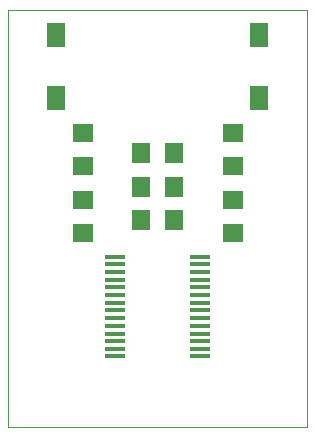
<source format=gtp>
G75*
%MOIN*%
%OFA0B0*%
%FSLAX24Y24*%
%IPPOS*%
%LPD*%
%AMOC8*
5,1,8,0,0,1.08239X$1,22.5*
%
%ADD10C,0.0000*%
%ADD11R,0.0650X0.0170*%
%ADD12R,0.0709X0.0630*%
%ADD13R,0.0630X0.0709*%
%ADD14R,0.0630X0.0787*%
D10*
X000660Y000660D02*
X000660Y014530D01*
X010652Y014530D01*
X010652Y000660D01*
X000660Y000660D01*
D11*
X004230Y003000D03*
X004230Y003250D03*
X004230Y003510D03*
X004230Y003760D03*
X004230Y004020D03*
X004230Y004280D03*
X004230Y004530D03*
X004230Y004790D03*
X004230Y005040D03*
X004230Y005300D03*
X004230Y005560D03*
X004230Y005810D03*
X004230Y006070D03*
X004230Y006320D03*
X007090Y006320D03*
X007090Y006070D03*
X007090Y005810D03*
X007090Y005560D03*
X007090Y005300D03*
X007090Y005040D03*
X007090Y004790D03*
X007090Y004530D03*
X007090Y004280D03*
X007090Y004020D03*
X007090Y003760D03*
X007090Y003510D03*
X007090Y003250D03*
X007090Y003000D03*
D12*
X008160Y007109D03*
X008160Y008211D03*
X008160Y009359D03*
X008160Y010461D03*
X003160Y010461D03*
X003160Y009359D03*
X003160Y008211D03*
X003160Y007109D03*
D13*
X005109Y007560D03*
X005109Y008660D03*
X005109Y009785D03*
X006211Y009785D03*
X006211Y008660D03*
X006211Y007560D03*
D14*
X009035Y011597D03*
X009035Y013723D03*
X002285Y013723D03*
X002285Y011597D03*
M02*

</source>
